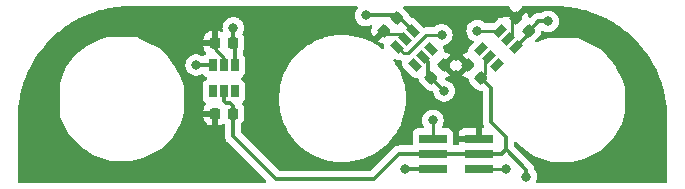
<source format=gbr>
%TF.GenerationSoftware,KiCad,Pcbnew,(6.0.8)*%
%TF.CreationDate,2022-11-08T14:12:11+01:00*%
%TF.ProjectId,Touchpad,546f7563-6870-4616-942e-6b696361645f,rev?*%
%TF.SameCoordinates,Original*%
%TF.FileFunction,Copper,L2,Bot*%
%TF.FilePolarity,Positive*%
%FSLAX46Y46*%
G04 Gerber Fmt 4.6, Leading zero omitted, Abs format (unit mm)*
G04 Created by KiCad (PCBNEW (6.0.8)) date 2022-11-08 14:12:11*
%MOMM*%
%LPD*%
G01*
G04 APERTURE LIST*
G04 Aperture macros list*
%AMRoundRect*
0 Rectangle with rounded corners*
0 $1 Rounding radius*
0 $2 $3 $4 $5 $6 $7 $8 $9 X,Y pos of 4 corners*
0 Add a 4 corners polygon primitive as box body*
4,1,4,$2,$3,$4,$5,$6,$7,$8,$9,$2,$3,0*
0 Add four circle primitives for the rounded corners*
1,1,$1+$1,$2,$3*
1,1,$1+$1,$4,$5*
1,1,$1+$1,$6,$7*
1,1,$1+$1,$8,$9*
0 Add four rect primitives between the rounded corners*
20,1,$1+$1,$2,$3,$4,$5,0*
20,1,$1+$1,$4,$5,$6,$7,0*
20,1,$1+$1,$6,$7,$8,$9,0*
20,1,$1+$1,$8,$9,$2,$3,0*%
%AMRotRect*
0 Rectangle, with rotation*
0 The origin of the aperture is its center*
0 $1 length*
0 $2 width*
0 $3 Rotation angle, in degrees counterclockwise*
0 Add horizontal line*
21,1,$1,$2,0,0,$3*%
G04 Aperture macros list end*
%TA.AperFunction,SMDPad,CuDef*%
%ADD10RoundRect,0.225000X0.225000X0.250000X-0.225000X0.250000X-0.225000X-0.250000X0.225000X-0.250000X0*%
%TD*%
%TA.AperFunction,SMDPad,CuDef*%
%ADD11RoundRect,0.225000X0.017678X-0.335876X0.335876X-0.017678X-0.017678X0.335876X-0.335876X0.017678X0*%
%TD*%
%TA.AperFunction,SMDPad,CuDef*%
%ADD12RotRect,1.060000X0.650000X225.000000*%
%TD*%
%TA.AperFunction,SMDPad,CuDef*%
%ADD13RoundRect,0.225000X0.335876X0.017678X0.017678X0.335876X-0.335876X-0.017678X-0.017678X-0.335876X0*%
%TD*%
%TA.AperFunction,SMDPad,CuDef*%
%ADD14R,0.650000X1.060000*%
%TD*%
%TA.AperFunction,SMDPad,CuDef*%
%ADD15RoundRect,0.225000X-0.017678X0.335876X-0.335876X0.017678X0.017678X-0.335876X0.335876X-0.017678X0*%
%TD*%
%TA.AperFunction,SMDPad,CuDef*%
%ADD16RotRect,1.060000X0.650000X315.000000*%
%TD*%
%TA.AperFunction,SMDPad,CuDef*%
%ADD17R,2.400000X0.740000*%
%TD*%
%TA.AperFunction,ViaPad*%
%ADD18C,0.800000*%
%TD*%
%TA.AperFunction,Conductor*%
%ADD19C,0.355600*%
%TD*%
%TA.AperFunction,Conductor*%
%ADD20C,0.254000*%
%TD*%
G04 APERTURE END LIST*
D10*
%TO.P,C3,1*%
%TO.N,Net-(C3-Pad1)*%
X189429045Y-66775000D03*
%TO.P,C3,2*%
%TO.N,GND*%
X187879045Y-66775000D03*
%TD*%
D11*
%TO.P,C2,1*%
%TO.N,+5V*%
X206201992Y-69748008D03*
%TO.P,C2,2*%
%TO.N,GND*%
X207298008Y-68651992D03*
%TD*%
D12*
%TO.P,U3,1,Q*%
%TO.N,TP3*%
X212006066Y-65750431D03*
%TO.P,U3,2,VSS*%
%TO.N,GND*%
X212677817Y-66422183D03*
%TO.P,U3,3,I*%
%TO.N,Net-(C5-Pad1)*%
X213349569Y-67093934D03*
%TO.P,U3,4,AHLB*%
%TO.N,unconnected-(U3-Pad4)*%
X211793934Y-68649569D03*
%TO.P,U3,5,VDD*%
%TO.N,+5V*%
X211122183Y-67977817D03*
%TO.P,U3,6,TOG*%
%TO.N,unconnected-(U3-Pad6)*%
X210450431Y-67306066D03*
%TD*%
D10*
%TO.P,C4,1*%
%TO.N,+5V*%
X189429045Y-72775000D03*
%TO.P,C4,2*%
%TO.N,GND*%
X187879045Y-72775000D03*
%TD*%
D13*
%TO.P,C6,1*%
%TO.N,+5V*%
X210448008Y-69748008D03*
%TO.P,C6,2*%
%TO.N,GND*%
X209351992Y-68651992D03*
%TD*%
D14*
%TO.P,U2,1,Q*%
%TO.N,TP2*%
X187704045Y-68675000D03*
%TO.P,U2,2,VSS*%
%TO.N,GND*%
X188654045Y-68675000D03*
%TO.P,U2,3,I*%
%TO.N,Net-(C3-Pad1)*%
X189604045Y-68675000D03*
%TO.P,U2,4,AHLB*%
%TO.N,unconnected-(U2-Pad4)*%
X189604045Y-70875000D03*
%TO.P,U2,5,VDD*%
%TO.N,+5V*%
X188654045Y-70875000D03*
%TO.P,U2,6,TOG*%
%TO.N,unconnected-(U2-Pad6)*%
X187704045Y-70875000D03*
%TD*%
D15*
%TO.P,C1,1*%
%TO.N,Net-(C1-Pad1)*%
X203298008Y-64651992D03*
%TO.P,C1,2*%
%TO.N,GND*%
X202201992Y-65748008D03*
%TD*%
D16*
%TO.P,U1,1,Q*%
%TO.N,TP1*%
X203300431Y-67093934D03*
%TO.P,U1,2,VSS*%
%TO.N,GND*%
X203972183Y-66422183D03*
%TO.P,U1,3,I*%
%TO.N,Net-(C1-Pad1)*%
X204643934Y-65750431D03*
%TO.P,U1,4,AHLB*%
%TO.N,unconnected-(U1-Pad4)*%
X206199569Y-67306066D03*
%TO.P,U1,5,VDD*%
%TO.N,+5V*%
X205527817Y-67977817D03*
%TO.P,U1,6,TOG*%
%TO.N,unconnected-(U1-Pad6)*%
X204856066Y-68649569D03*
%TD*%
D17*
%TO.P,J1,1,Pin_1*%
%TO.N,TP2*%
X206350000Y-77420000D03*
%TO.P,J1,2,Pin_2*%
%TO.N,TP3*%
X210250000Y-77420000D03*
%TO.P,J1,3,Pin_3*%
%TO.N,+5V*%
X206350000Y-76150000D03*
%TO.P,J1,4,Pin_4*%
X210250000Y-76150000D03*
%TO.P,J1,5,Pin_5*%
%TO.N,TP1*%
X206350000Y-74880000D03*
%TO.P,J1,6,Pin_6*%
%TO.N,GND*%
X210250000Y-74880000D03*
%TD*%
D13*
%TO.P,C5,1*%
%TO.N,Net-(C5-Pad1)*%
X214448008Y-65748008D03*
%TO.P,C5,2*%
%TO.N,GND*%
X213351992Y-64651992D03*
%TD*%
D18*
%TO.N,Net-(C5-Pad1)*%
X216100000Y-64950000D03*
%TO.N,TP2*%
X186300000Y-68650000D03*
X204000000Y-77450000D03*
%TO.N,TP3*%
X210100000Y-65750000D03*
X212550000Y-77450000D03*
%TO.N,+5V*%
X207300000Y-70850000D03*
X214250000Y-78100000D03*
%TO.N,Net-(C1-Pad1)*%
X200650000Y-64450000D03*
%TO.N,Net-(C3-Pad1)*%
X189450000Y-65500000D03*
%TO.N,TP1*%
X206350000Y-73350000D03*
X207100000Y-66100000D03*
%TD*%
D19*
%TO.N,GND*%
X209600000Y-64400000D02*
X213100000Y-64400000D01*
X208850000Y-67100000D02*
X208850000Y-65150000D01*
D20*
X202500000Y-66050000D02*
X203600000Y-66050000D01*
D19*
X208850000Y-65150000D02*
X209600000Y-64400000D01*
D20*
X188654045Y-68079045D02*
X187879045Y-67304045D01*
X213050000Y-64953984D02*
X213351992Y-64651992D01*
X213050000Y-66050000D02*
X213050000Y-64953984D01*
X202201992Y-65748008D02*
X202201992Y-65751992D01*
D19*
X207298008Y-68651992D02*
X208850000Y-67100000D01*
X213100000Y-64400000D02*
X213351992Y-64651992D01*
D20*
X202201992Y-65751992D02*
X202500000Y-66050000D01*
X187879045Y-67304045D02*
X187879045Y-66775000D01*
X188654045Y-68675000D02*
X188654045Y-68079045D01*
X212677817Y-66422183D02*
X213050000Y-66050000D01*
X203600000Y-66050000D02*
X203972183Y-66422183D01*
D19*
%TO.N,Net-(C5-Pad1)*%
X214448008Y-65748008D02*
X214451992Y-65748008D01*
X214448008Y-65995495D02*
X213349569Y-67093934D01*
X214451992Y-65748008D02*
X215050000Y-65150000D01*
X214448008Y-65748008D02*
X214448008Y-65995495D01*
X215050000Y-65150000D02*
X215250000Y-64950000D01*
X215250000Y-64950000D02*
X216100000Y-64950000D01*
%TO.N,TP2*%
X206350000Y-77420000D02*
X204030000Y-77420000D01*
X204030000Y-77420000D02*
X204000000Y-77450000D01*
X187679045Y-68650000D02*
X187704045Y-68675000D01*
X186300000Y-68650000D02*
X187679045Y-68650000D01*
D20*
%TO.N,TP3*%
X212006066Y-65750431D02*
X210100431Y-65750431D01*
X210280000Y-77450000D02*
X210250000Y-77420000D01*
X210100431Y-65750431D02*
X210100000Y-65750000D01*
X212550000Y-77450000D02*
X210280000Y-77450000D01*
D19*
%TO.N,+5V*%
X206198008Y-69748008D02*
X205950000Y-69500000D01*
X201350000Y-78300000D02*
X203500000Y-76150000D01*
X205950000Y-68400000D02*
X205527817Y-67977817D01*
X212550000Y-75800000D02*
X212550000Y-74750000D01*
X206201992Y-69748008D02*
X206201992Y-69751992D01*
X210250000Y-76150000D02*
X212200000Y-76150000D01*
X189429045Y-72775000D02*
X189429045Y-72125000D01*
X189429045Y-72125000D02*
X189204045Y-71900000D01*
X214250000Y-77500000D02*
X212550000Y-75800000D01*
X189429045Y-72775000D02*
X189429045Y-74679045D01*
X193050000Y-78300000D02*
X201350000Y-78300000D01*
X203500000Y-76150000D02*
X206350000Y-76150000D01*
X188654045Y-70875000D02*
X188654045Y-71700000D01*
D20*
X210451992Y-69748008D02*
X210800000Y-69400000D01*
D19*
X206350000Y-76150000D02*
X210250000Y-76150000D01*
X211300000Y-70600000D02*
X210448008Y-69748008D01*
X188854045Y-71900000D02*
X189204045Y-71900000D01*
X206201992Y-69748008D02*
X206198008Y-69748008D01*
X206201992Y-69751992D02*
X207300000Y-70850000D01*
X212200000Y-76150000D02*
X212550000Y-75800000D01*
X214250000Y-78100000D02*
X214250000Y-77500000D01*
X188654045Y-71700000D02*
X188854045Y-71900000D01*
D20*
X210800000Y-68300000D02*
X211122183Y-67977817D01*
D19*
X189429045Y-74679045D02*
X193050000Y-78300000D01*
D20*
X210800000Y-69400000D02*
X210800000Y-68300000D01*
D19*
X211300000Y-73500000D02*
X211300000Y-70600000D01*
X212550000Y-74750000D02*
X211300000Y-73500000D01*
X205950000Y-69500000D02*
X205950000Y-68400000D01*
%TO.N,Net-(C1-Pad1)*%
X203100000Y-64450000D02*
X200650000Y-64450000D01*
D20*
X203298008Y-64648008D02*
X203100000Y-64450000D01*
X203298008Y-64651992D02*
X203545495Y-64651992D01*
X203298008Y-64651992D02*
X203298008Y-64648008D01*
D19*
X203545495Y-64651992D02*
X204643934Y-65750431D01*
%TO.N,Net-(C3-Pad1)*%
X189429045Y-65504045D02*
X189425000Y-65500000D01*
X189429045Y-65520955D02*
X189450000Y-65500000D01*
X189604045Y-68675000D02*
X189604045Y-66950000D01*
X189429045Y-66775000D02*
X189429045Y-65520955D01*
X189604045Y-66950000D02*
X189429045Y-66775000D01*
D20*
%TO.N,TP1*%
X207100000Y-66100000D02*
X205800000Y-66100000D01*
X206350000Y-74880000D02*
X206350000Y-73350000D01*
X205800000Y-66100000D02*
X204225000Y-67675000D01*
X203881497Y-67675000D02*
X204225000Y-67675000D01*
X203300431Y-67093934D02*
X203881497Y-67675000D01*
%TD*%
%TA.AperFunction,Conductor*%
%TO.N,GND*%
G36*
X199925284Y-63678502D02*
G01*
X199971777Y-63732158D01*
X199981881Y-63802432D01*
X199950801Y-63868808D01*
X199910960Y-63913056D01*
X199907659Y-63918774D01*
X199836011Y-64042872D01*
X199815473Y-64078444D01*
X199756458Y-64260072D01*
X199755768Y-64266633D01*
X199755768Y-64266635D01*
X199744340Y-64375364D01*
X199736496Y-64450000D01*
X199737186Y-64456565D01*
X199755675Y-64632474D01*
X199756458Y-64639928D01*
X199815473Y-64821556D01*
X199818776Y-64827278D01*
X199818777Y-64827279D01*
X199821812Y-64832535D01*
X199910960Y-64986944D01*
X199915378Y-64991851D01*
X199915379Y-64991852D01*
X200026200Y-65114931D01*
X200038747Y-65128866D01*
X200193248Y-65241118D01*
X200199276Y-65243802D01*
X200199278Y-65243803D01*
X200345449Y-65308882D01*
X200367712Y-65318794D01*
X200461112Y-65338647D01*
X200548056Y-65357128D01*
X200548061Y-65357128D01*
X200554513Y-65358500D01*
X200745487Y-65358500D01*
X200751939Y-65357128D01*
X200751944Y-65357128D01*
X200838888Y-65338647D01*
X200932288Y-65318794D01*
X200938315Y-65316111D01*
X200938323Y-65316108D01*
X201022837Y-65278480D01*
X201093204Y-65269046D01*
X201157501Y-65299153D01*
X201195314Y-65359242D01*
X201194638Y-65430235D01*
X201186797Y-65449908D01*
X201175466Y-65472584D01*
X201170514Y-65486262D01*
X201134694Y-65638385D01*
X201133023Y-65652827D01*
X201133160Y-65809116D01*
X201134855Y-65823551D01*
X201170943Y-65975616D01*
X201175916Y-65989281D01*
X201246213Y-66129354D01*
X201253643Y-66140840D01*
X201311338Y-66211708D01*
X201315646Y-66216479D01*
X201332166Y-66232999D01*
X201346110Y-66240613D01*
X201347945Y-66240482D01*
X201354558Y-66236232D01*
X202112897Y-65477893D01*
X202175209Y-65443867D01*
X202246024Y-65448932D01*
X202291087Y-65477893D01*
X202472107Y-65658913D01*
X202506133Y-65721225D01*
X202501068Y-65792040D01*
X202472107Y-65837103D01*
X201716998Y-66592212D01*
X201709386Y-66606152D01*
X201709518Y-66607988D01*
X201713767Y-66614600D01*
X201733487Y-66634320D01*
X201738328Y-66638685D01*
X201810225Y-66697064D01*
X201821740Y-66704488D01*
X201961920Y-66774532D01*
X201975602Y-66779486D01*
X202086683Y-66805642D01*
X202148406Y-66840725D01*
X202181363Y-66903609D01*
X202182118Y-66931115D01*
X202183399Y-66931115D01*
X202183399Y-66940088D01*
X202182126Y-66948977D01*
X202183399Y-66957866D01*
X202200454Y-67076953D01*
X202202775Y-67093163D01*
X202206488Y-67101329D01*
X202206489Y-67101333D01*
X202218275Y-67127254D01*
X202228261Y-67197545D01*
X202198660Y-67262077D01*
X202138870Y-67300360D01*
X202067874Y-67300242D01*
X202023259Y-67276490D01*
X201953142Y-67218484D01*
X201953136Y-67218480D01*
X201951118Y-67216810D01*
X201581308Y-66959785D01*
X201191287Y-66734607D01*
X200783792Y-66542854D01*
X200781325Y-66541937D01*
X200781319Y-66541934D01*
X200364141Y-66386787D01*
X200361681Y-66385872D01*
X200359151Y-66385166D01*
X200359143Y-66385163D01*
X199930459Y-66265472D01*
X199930446Y-66265469D01*
X199927914Y-66264762D01*
X199485534Y-66180374D01*
X199037644Y-66133299D01*
X198750266Y-66127279D01*
X198590025Y-66123922D01*
X198590018Y-66123922D01*
X198587386Y-66123867D01*
X198137918Y-66152145D01*
X198135300Y-66152532D01*
X198135296Y-66152532D01*
X197695012Y-66217548D01*
X197695009Y-66217548D01*
X197692392Y-66217935D01*
X197689820Y-66218538D01*
X197689816Y-66218539D01*
X197647859Y-66228380D01*
X197253934Y-66320774D01*
X197251423Y-66321590D01*
X197251419Y-66321591D01*
X196921261Y-66428866D01*
X196825619Y-66459942D01*
X196823191Y-66460963D01*
X196823190Y-66460963D01*
X196794325Y-66473097D01*
X196410452Y-66634463D01*
X196408119Y-66635683D01*
X196408114Y-66635685D01*
X196370047Y-66655586D01*
X196011344Y-66843111D01*
X196009116Y-66844525D01*
X195633332Y-67083005D01*
X195633326Y-67083009D01*
X195631095Y-67084425D01*
X195272372Y-67356710D01*
X194937692Y-67658057D01*
X194935888Y-67659978D01*
X194935884Y-67659982D01*
X194854915Y-67746206D01*
X194629401Y-67986354D01*
X194349663Y-68339295D01*
X194348209Y-68341484D01*
X194348205Y-68341489D01*
X194112653Y-68696024D01*
X194100439Y-68714407D01*
X193883478Y-69109058D01*
X193700302Y-69520479D01*
X193552194Y-69945786D01*
X193551539Y-69948337D01*
X193551536Y-69948347D01*
X193440851Y-70379438D01*
X193440195Y-70381994D01*
X193365090Y-70826044D01*
X193364870Y-70828661D01*
X193364870Y-70828663D01*
X193332406Y-71215271D01*
X193327405Y-71274822D01*
X193327405Y-71725178D01*
X193327625Y-71727796D01*
X193327625Y-71727800D01*
X193347157Y-71960400D01*
X193365090Y-72173956D01*
X193440195Y-72618006D01*
X193440850Y-72620556D01*
X193440851Y-72620562D01*
X193549199Y-73042548D01*
X193552194Y-73054214D01*
X193700302Y-73479521D01*
X193883478Y-73890942D01*
X194100439Y-74285593D01*
X194101891Y-74287779D01*
X194101895Y-74287785D01*
X194348205Y-74658511D01*
X194349663Y-74660705D01*
X194629401Y-75013646D01*
X194845993Y-75244293D01*
X194899743Y-75301531D01*
X194937692Y-75341943D01*
X195272372Y-75643290D01*
X195631095Y-75915575D01*
X195633326Y-75916991D01*
X195633332Y-75916995D01*
X195829577Y-76041536D01*
X196011344Y-76156889D01*
X196216371Y-76264074D01*
X196408114Y-76364315D01*
X196408119Y-76364317D01*
X196410452Y-76365537D01*
X196825619Y-76540058D01*
X196828127Y-76540873D01*
X196828130Y-76540874D01*
X197251419Y-76678409D01*
X197251423Y-76678410D01*
X197253934Y-76679226D01*
X197567252Y-76752714D01*
X197689816Y-76781461D01*
X197689820Y-76781462D01*
X197692392Y-76782065D01*
X197695009Y-76782452D01*
X197695012Y-76782452D01*
X198135296Y-76847468D01*
X198135300Y-76847468D01*
X198137918Y-76847855D01*
X198587386Y-76876133D01*
X198590018Y-76876078D01*
X198590025Y-76876078D01*
X198761511Y-76872485D01*
X199037644Y-76866701D01*
X199485534Y-76819626D01*
X199927914Y-76735238D01*
X199930446Y-76734531D01*
X199930459Y-76734528D01*
X200359143Y-76614837D01*
X200359151Y-76614834D01*
X200361681Y-76614128D01*
X200563594Y-76539037D01*
X200781319Y-76458066D01*
X200781325Y-76458063D01*
X200783792Y-76457146D01*
X201191287Y-76265393D01*
X201581308Y-76040215D01*
X201951118Y-75783190D01*
X202164296Y-75606834D01*
X202296100Y-75497797D01*
X202296108Y-75497790D01*
X202298124Y-75496122D01*
X202619892Y-75181023D01*
X202623946Y-75176327D01*
X202902712Y-74853372D01*
X202914164Y-74840105D01*
X202915716Y-74837969D01*
X202915723Y-74837960D01*
X203177328Y-74477891D01*
X203178877Y-74475759D01*
X203185195Y-74465328D01*
X203295439Y-74283293D01*
X203412174Y-74090540D01*
X203460855Y-73992474D01*
X203611245Y-73689515D01*
X203612419Y-73687150D01*
X203778206Y-73268419D01*
X203908374Y-72837283D01*
X203912309Y-72818774D01*
X204001461Y-72399341D01*
X204002008Y-72396768D01*
X204058453Y-71949962D01*
X204066370Y-71761081D01*
X204077201Y-71502648D01*
X204077312Y-71500000D01*
X204071763Y-71367608D01*
X204058564Y-71052683D01*
X204058564Y-71052680D01*
X204058453Y-71050038D01*
X204002008Y-70603232D01*
X203954439Y-70379438D01*
X203908920Y-70165284D01*
X203908918Y-70165276D01*
X203908374Y-70162717D01*
X203778206Y-69731581D01*
X203612419Y-69312850D01*
X203537608Y-69162144D01*
X203413351Y-68911831D01*
X203412174Y-68909460D01*
X203254450Y-68649027D01*
X203180243Y-68526496D01*
X203180239Y-68526491D01*
X203178877Y-68524241D01*
X203137024Y-68466635D01*
X203038435Y-68330939D01*
X203014576Y-68264071D01*
X203030657Y-68194920D01*
X203081571Y-68145439D01*
X203151154Y-68131340D01*
X203192522Y-68142177D01*
X203293032Y-68187876D01*
X203293036Y-68187877D01*
X203301202Y-68191590D01*
X203310085Y-68192862D01*
X203310088Y-68192863D01*
X203436499Y-68210966D01*
X203445388Y-68212239D01*
X203472479Y-68208359D01*
X203542745Y-68218501D01*
X203550612Y-68222612D01*
X203555430Y-68226349D01*
X203562707Y-68229498D01*
X203596147Y-68243969D01*
X203606808Y-68249192D01*
X203638744Y-68266749D01*
X203638749Y-68266751D01*
X203645694Y-68270569D01*
X203657416Y-68273579D01*
X203660242Y-68275261D01*
X203660743Y-68275459D01*
X203660711Y-68275540D01*
X203718423Y-68309891D01*
X203750114Y-68373422D01*
X203750812Y-68413481D01*
X203737761Y-68504612D01*
X203739034Y-68513501D01*
X203757033Y-68639181D01*
X203758410Y-68648798D01*
X203762124Y-68656966D01*
X203762124Y-68656967D01*
X203779882Y-68696024D01*
X203818697Y-68781394D01*
X203823644Y-68787547D01*
X203823646Y-68787550D01*
X203844434Y-68813404D01*
X203857890Y-68830140D01*
X204675495Y-69647745D01*
X204681175Y-69652312D01*
X204718085Y-69681989D01*
X204718088Y-69681991D01*
X204724241Y-69686938D01*
X204731429Y-69690206D01*
X204842926Y-69740900D01*
X204856837Y-69747225D01*
X204865720Y-69748497D01*
X204865723Y-69748498D01*
X204935832Y-69758538D01*
X205001023Y-69767874D01*
X205009908Y-69766602D01*
X205018889Y-69766602D01*
X205018889Y-69769803D01*
X205073549Y-69777688D01*
X205127183Y-69824206D01*
X205143747Y-69863183D01*
X205172160Y-69982910D01*
X205175442Y-69989449D01*
X205175442Y-69989450D01*
X205229791Y-70097746D01*
X205248879Y-70135780D01*
X205253221Y-70141113D01*
X205253222Y-70141115D01*
X205310964Y-70212040D01*
X205310970Y-70212046D01*
X205312995Y-70214534D01*
X205735466Y-70637005D01*
X205737998Y-70639061D01*
X205809944Y-70697482D01*
X205809947Y-70697484D01*
X205815298Y-70701829D01*
X205821462Y-70704909D01*
X205821467Y-70704912D01*
X205961759Y-70775011D01*
X205961761Y-70775012D01*
X205968302Y-70778280D01*
X206000031Y-70785751D01*
X206127665Y-70815805D01*
X206127669Y-70815805D01*
X206134789Y-70817482D01*
X206142105Y-70817476D01*
X206142108Y-70817476D01*
X206186363Y-70817437D01*
X206244513Y-70817386D01*
X206312649Y-70837328D01*
X206333716Y-70854291D01*
X206361648Y-70882223D01*
X206395674Y-70944535D01*
X206397863Y-70958145D01*
X206406458Y-71039928D01*
X206465473Y-71221556D01*
X206560960Y-71386944D01*
X206565378Y-71391851D01*
X206565379Y-71391852D01*
X206684325Y-71523955D01*
X206688747Y-71528866D01*
X206843248Y-71641118D01*
X206849276Y-71643802D01*
X206849278Y-71643803D01*
X207011681Y-71716109D01*
X207017712Y-71718794D01*
X207111113Y-71738647D01*
X207198056Y-71757128D01*
X207198061Y-71757128D01*
X207204513Y-71758500D01*
X207395487Y-71758500D01*
X207401939Y-71757128D01*
X207401944Y-71757128D01*
X207488887Y-71738647D01*
X207582288Y-71718794D01*
X207588319Y-71716109D01*
X207750722Y-71643803D01*
X207750724Y-71643802D01*
X207756752Y-71641118D01*
X207911253Y-71528866D01*
X207915675Y-71523955D01*
X208034621Y-71391852D01*
X208034622Y-71391851D01*
X208039040Y-71386944D01*
X208134527Y-71221556D01*
X208193542Y-71039928D01*
X208213504Y-70850000D01*
X208209910Y-70815805D01*
X208194232Y-70666635D01*
X208194232Y-70666633D01*
X208193542Y-70660072D01*
X208134527Y-70478444D01*
X208039040Y-70313056D01*
X208024463Y-70296866D01*
X207915675Y-70176045D01*
X207915674Y-70176044D01*
X207911253Y-70171134D01*
X207810999Y-70098295D01*
X207762094Y-70062763D01*
X207762093Y-70062762D01*
X207756752Y-70058882D01*
X207750724Y-70056198D01*
X207750722Y-70056197D01*
X207588319Y-69983891D01*
X207588318Y-69983891D01*
X207582288Y-69981206D01*
X207456264Y-69954419D01*
X207393792Y-69920691D01*
X207359470Y-69858541D01*
X207364198Y-69787702D01*
X207406474Y-69730664D01*
X207453368Y-69708577D01*
X207560971Y-69683041D01*
X207574636Y-69678068D01*
X207714709Y-69607771D01*
X207726195Y-69600341D01*
X207797063Y-69542646D01*
X207800798Y-69539273D01*
X207808291Y-69525551D01*
X207808160Y-69523718D01*
X207803909Y-69517103D01*
X207027893Y-68741087D01*
X206993867Y-68678775D01*
X206995702Y-68653124D01*
X207662416Y-68653124D01*
X207662547Y-68654958D01*
X207666798Y-68661572D01*
X208159887Y-69154661D01*
X208173831Y-69162275D01*
X208175664Y-69162144D01*
X208182279Y-69157893D01*
X208184313Y-69155859D01*
X208188697Y-69150997D01*
X208227131Y-69103663D01*
X208285598Y-69063388D01*
X208356559Y-69061117D01*
X208417482Y-69097570D01*
X208422658Y-69103536D01*
X208461336Y-69151045D01*
X208464711Y-69154782D01*
X208478433Y-69162275D01*
X208480266Y-69162144D01*
X208486881Y-69157893D01*
X208979970Y-68664804D01*
X208987584Y-68650860D01*
X208987453Y-68649027D01*
X208983202Y-68642412D01*
X208507786Y-68166997D01*
X208493848Y-68159386D01*
X208492012Y-68159518D01*
X208485400Y-68163767D01*
X208465680Y-68183487D01*
X208461305Y-68188339D01*
X208422868Y-68235676D01*
X208364401Y-68275951D01*
X208293440Y-68278222D01*
X208232517Y-68241769D01*
X208227340Y-68235801D01*
X208188670Y-68188301D01*
X208184354Y-68183521D01*
X208167834Y-68167001D01*
X208153890Y-68159387D01*
X208152055Y-68159518D01*
X208145445Y-68163766D01*
X207670029Y-68639181D01*
X207662416Y-68653124D01*
X206995702Y-68653124D01*
X206998932Y-68607960D01*
X207027893Y-68562897D01*
X207298008Y-68292782D01*
X207782999Y-67807790D01*
X207790613Y-67793846D01*
X207790482Y-67792013D01*
X207786231Y-67785398D01*
X207766513Y-67765680D01*
X207761672Y-67761315D01*
X207689775Y-67702936D01*
X207678260Y-67695512D01*
X207538080Y-67625468D01*
X207524398Y-67620514D01*
X207413317Y-67594358D01*
X207351594Y-67559275D01*
X207318637Y-67496391D01*
X207317882Y-67468885D01*
X207316601Y-67468885D01*
X207316601Y-67459912D01*
X207317874Y-67451023D01*
X207314341Y-67426354D01*
X207298498Y-67315723D01*
X207298497Y-67315720D01*
X207297225Y-67306837D01*
X207276874Y-67262077D01*
X207240209Y-67181434D01*
X207240206Y-67181429D01*
X207236938Y-67174241D01*
X207234163Y-67170789D01*
X207215879Y-67103782D01*
X207237187Y-67036058D01*
X207291727Y-66990605D01*
X207315658Y-66982958D01*
X207375824Y-66970169D01*
X207375833Y-66970166D01*
X207382288Y-66968794D01*
X207397303Y-66962109D01*
X207550722Y-66893803D01*
X207550724Y-66893802D01*
X207556752Y-66891118D01*
X207711253Y-66778866D01*
X207752115Y-66733484D01*
X207834621Y-66641852D01*
X207834622Y-66641851D01*
X207839040Y-66636944D01*
X207929921Y-66479534D01*
X207931223Y-66477279D01*
X207931224Y-66477278D01*
X207934527Y-66471556D01*
X207993542Y-66289928D01*
X207996113Y-66265472D01*
X208012814Y-66106565D01*
X208013504Y-66100000D01*
X207993542Y-65910072D01*
X207934527Y-65728444D01*
X207839040Y-65563056D01*
X207830701Y-65553794D01*
X207715675Y-65426045D01*
X207715674Y-65426044D01*
X207711253Y-65421134D01*
X207556752Y-65308882D01*
X207550724Y-65306198D01*
X207550722Y-65306197D01*
X207388319Y-65233891D01*
X207388318Y-65233891D01*
X207382288Y-65231206D01*
X207288887Y-65211353D01*
X207201944Y-65192872D01*
X207201939Y-65192872D01*
X207195487Y-65191500D01*
X207004513Y-65191500D01*
X206998061Y-65192872D01*
X206998056Y-65192872D01*
X206911113Y-65211353D01*
X206817712Y-65231206D01*
X206811682Y-65233891D01*
X206811681Y-65233891D01*
X206649278Y-65306197D01*
X206649276Y-65306198D01*
X206643248Y-65308882D01*
X206637907Y-65312762D01*
X206637906Y-65312763D01*
X206538854Y-65384729D01*
X206488747Y-65421134D01*
X206484332Y-65426037D01*
X206479420Y-65430460D01*
X206477779Y-65428638D01*
X206426790Y-65460050D01*
X206393601Y-65464500D01*
X205879020Y-65464500D01*
X205867791Y-65463971D01*
X205860281Y-65462292D01*
X205852355Y-65462541D01*
X205852354Y-65462541D01*
X205792002Y-65464438D01*
X205788044Y-65464500D01*
X205760017Y-65464500D01*
X205755971Y-65465011D01*
X205744143Y-65465942D01*
X205699795Y-65467336D01*
X205692177Y-65469549D01*
X205692178Y-65469549D01*
X205680254Y-65473013D01*
X205660894Y-65477022D01*
X205648566Y-65478579D01*
X205648563Y-65478580D01*
X205640701Y-65479573D01*
X205638118Y-65480596D01*
X205569453Y-65478242D01*
X205519978Y-65447728D01*
X204824505Y-64752255D01*
X204807769Y-64738799D01*
X204781915Y-64718011D01*
X204781912Y-64718009D01*
X204775759Y-64713062D01*
X204643163Y-64652775D01*
X204634280Y-64651503D01*
X204634277Y-64651502D01*
X204537291Y-64637613D01*
X204472694Y-64608156D01*
X204466058Y-64601981D01*
X204367616Y-64503539D01*
X204334116Y-64443536D01*
X204329530Y-64424212D01*
X204327840Y-64417090D01*
X204323353Y-64408148D01*
X204254207Y-64270369D01*
X204254207Y-64270368D01*
X204251121Y-64264220D01*
X204242633Y-64253794D01*
X204189036Y-64187960D01*
X204189030Y-64187954D01*
X204187005Y-64185466D01*
X203875134Y-63873595D01*
X203841108Y-63811283D01*
X203846173Y-63740468D01*
X203888720Y-63683632D01*
X203955240Y-63658821D01*
X203964229Y-63658500D01*
X212732234Y-63658500D01*
X212800355Y-63678502D01*
X212846848Y-63732158D01*
X212857913Y-63775510D01*
X212859518Y-63797944D01*
X212863766Y-63804555D01*
X213339181Y-64279971D01*
X213353124Y-64287584D01*
X213354958Y-64287453D01*
X213361572Y-64283202D01*
X213854661Y-63790113D01*
X213870596Y-63760931D01*
X213878604Y-63724116D01*
X213928806Y-63673913D01*
X213989193Y-63658500D01*
X216650633Y-63658500D01*
X216670018Y-63660000D01*
X216684851Y-63662310D01*
X216684855Y-63662310D01*
X216693724Y-63663691D01*
X216702626Y-63662527D01*
X216702628Y-63662527D01*
X216711681Y-63661343D01*
X216716837Y-63660669D01*
X216737129Y-63659667D01*
X217292018Y-63677105D01*
X217299918Y-63677602D01*
X217635516Y-63709325D01*
X217885666Y-63732971D01*
X217893501Y-63733961D01*
X218474624Y-63826002D01*
X218482392Y-63827485D01*
X219056582Y-63955832D01*
X219064249Y-63957800D01*
X219334892Y-64036429D01*
X219629245Y-64121946D01*
X219636748Y-64124384D01*
X220190344Y-64323690D01*
X220197672Y-64326592D01*
X220737663Y-64560267D01*
X220744795Y-64563623D01*
X221031672Y-64709794D01*
X221269036Y-64830737D01*
X221275972Y-64834550D01*
X221782394Y-65134047D01*
X221789077Y-65138289D01*
X222275698Y-65468996D01*
X222282100Y-65473648D01*
X222404736Y-65568774D01*
X222746976Y-65834243D01*
X222753075Y-65839288D01*
X223194414Y-66228380D01*
X223200184Y-66233799D01*
X223616201Y-66649816D01*
X223621620Y-66655586D01*
X224010712Y-67096925D01*
X224015757Y-67103024D01*
X224343385Y-67525398D01*
X224376351Y-67567898D01*
X224381004Y-67574302D01*
X224711711Y-68060923D01*
X224715953Y-68067606D01*
X225015450Y-68574028D01*
X225019263Y-68580964D01*
X225286377Y-69105205D01*
X225289733Y-69112337D01*
X225523408Y-69652328D01*
X225526310Y-69659656D01*
X225719568Y-70196451D01*
X225725612Y-70213239D01*
X225728054Y-70220755D01*
X225774156Y-70379438D01*
X225892200Y-70785751D01*
X225894168Y-70793418D01*
X226022515Y-71367608D01*
X226023998Y-71375376D01*
X226105743Y-71891489D01*
X226116038Y-71956490D01*
X226117029Y-71964334D01*
X226135259Y-72157192D01*
X226172398Y-72550082D01*
X226172895Y-72557982D01*
X226190095Y-73105300D01*
X226188657Y-73128642D01*
X226187690Y-73134850D01*
X226187690Y-73134855D01*
X226186309Y-73143724D01*
X226187473Y-73152626D01*
X226187473Y-73152628D01*
X226190436Y-73175283D01*
X226191500Y-73191621D01*
X226191500Y-78515500D01*
X226171498Y-78583621D01*
X226117842Y-78630114D01*
X226065500Y-78641500D01*
X215202130Y-78641500D01*
X215134009Y-78621498D01*
X215087516Y-78567842D01*
X215077412Y-78497568D01*
X215084884Y-78471672D01*
X215084527Y-78471556D01*
X215141502Y-78296206D01*
X215143542Y-78289928D01*
X215159636Y-78136807D01*
X215162814Y-78106565D01*
X215163504Y-78100000D01*
X215152137Y-77991852D01*
X215144232Y-77916635D01*
X215144232Y-77916633D01*
X215143542Y-77910072D01*
X215084527Y-77728444D01*
X215050708Y-77669867D01*
X214992341Y-77568774D01*
X214989040Y-77563056D01*
X214971794Y-77543902D01*
X214941077Y-77479894D01*
X214939988Y-77469760D01*
X214940393Y-77463818D01*
X214929769Y-77402947D01*
X214928807Y-77396425D01*
X214922297Y-77342632D01*
X214921385Y-77335092D01*
X214918700Y-77327987D01*
X214917568Y-77323377D01*
X214914519Y-77312229D01*
X214913139Y-77307661D01*
X214911834Y-77300181D01*
X214886998Y-77243603D01*
X214884517Y-77237523D01*
X214865353Y-77186806D01*
X214865352Y-77186803D01*
X214862669Y-77179704D01*
X214858368Y-77173446D01*
X214856168Y-77169238D01*
X214850564Y-77159168D01*
X214848119Y-77155034D01*
X214845066Y-77148079D01*
X214807454Y-77099061D01*
X214803593Y-77093747D01*
X214768583Y-77042808D01*
X214723596Y-77002726D01*
X214718321Y-76997746D01*
X214014480Y-76293905D01*
X213273205Y-75552631D01*
X213239180Y-75490319D01*
X213236300Y-75463536D01*
X213236300Y-75270490D01*
X213256302Y-75202369D01*
X213309958Y-75155876D01*
X213380232Y-75145772D01*
X213444812Y-75175266D01*
X213451395Y-75181395D01*
X213880000Y-75610000D01*
X213883574Y-75612680D01*
X213883578Y-75612684D01*
X214285300Y-75913975D01*
X214880000Y-76360000D01*
X216380000Y-76860000D01*
X218130000Y-76860000D01*
X219130000Y-76610000D01*
X220630000Y-75860000D01*
X221630000Y-74860000D01*
X221716864Y-74715227D01*
X222375201Y-73617999D01*
X222375202Y-73617997D01*
X222380000Y-73610000D01*
X222630000Y-72610000D01*
X222630000Y-70610000D01*
X222504895Y-70234684D01*
X222381413Y-69864238D01*
X222381411Y-69864234D01*
X222380000Y-69860000D01*
X222378003Y-69856006D01*
X221882533Y-68865065D01*
X221882530Y-68865061D01*
X221880000Y-68860000D01*
X221421894Y-68249192D01*
X221132684Y-67863578D01*
X221132680Y-67863574D01*
X221130000Y-67860000D01*
X220630000Y-67360000D01*
X218630000Y-66360000D01*
X216130000Y-66360000D01*
X216120364Y-66363212D01*
X215384238Y-66608587D01*
X215384234Y-66608589D01*
X215380000Y-66610000D01*
X215197552Y-66701224D01*
X215127678Y-66713798D01*
X215062098Y-66686599D01*
X215021633Y-66628263D01*
X215019131Y-66557310D01*
X215052108Y-66499431D01*
X215337005Y-66214534D01*
X215387351Y-66152532D01*
X215397482Y-66140056D01*
X215397484Y-66140053D01*
X215401829Y-66134702D01*
X215404910Y-66128537D01*
X215404912Y-66128533D01*
X215475011Y-65988241D01*
X215475012Y-65988239D01*
X215478280Y-65981698D01*
X215508259Y-65854381D01*
X215510329Y-65845590D01*
X215545412Y-65783867D01*
X215608295Y-65750910D01*
X215684223Y-65759362D01*
X215811677Y-65816108D01*
X215811685Y-65816111D01*
X215817712Y-65818794D01*
X215903849Y-65837103D01*
X215998056Y-65857128D01*
X215998061Y-65857128D01*
X216004513Y-65858500D01*
X216195487Y-65858500D01*
X216201939Y-65857128D01*
X216201944Y-65857128D01*
X216296151Y-65837103D01*
X216382288Y-65818794D01*
X216390336Y-65815211D01*
X216550722Y-65743803D01*
X216550724Y-65743802D01*
X216556752Y-65741118D01*
X216591356Y-65715977D01*
X216677713Y-65653234D01*
X216711253Y-65628866D01*
X216790378Y-65540989D01*
X216834621Y-65491852D01*
X216834622Y-65491851D01*
X216839040Y-65486944D01*
X216913197Y-65358500D01*
X216931223Y-65327279D01*
X216931224Y-65327278D01*
X216934527Y-65321556D01*
X216993542Y-65139928D01*
X216999793Y-65080459D01*
X217012814Y-64956565D01*
X217013504Y-64950000D01*
X217006129Y-64879834D01*
X216994232Y-64766635D01*
X216994232Y-64766633D01*
X216993542Y-64760072D01*
X216934527Y-64578444D01*
X216924029Y-64560260D01*
X216864160Y-64456565D01*
X216839040Y-64413056D01*
X216781766Y-64349446D01*
X216715675Y-64276045D01*
X216715674Y-64276044D01*
X216711253Y-64271134D01*
X216556752Y-64158882D01*
X216550724Y-64156198D01*
X216550722Y-64156197D01*
X216388319Y-64083891D01*
X216388318Y-64083891D01*
X216382288Y-64081206D01*
X216288888Y-64061353D01*
X216201944Y-64042872D01*
X216201939Y-64042872D01*
X216195487Y-64041500D01*
X216004513Y-64041500D01*
X215998061Y-64042872D01*
X215998056Y-64042872D01*
X215911112Y-64061353D01*
X215817712Y-64081206D01*
X215811682Y-64083891D01*
X215811681Y-64083891D01*
X215649278Y-64156197D01*
X215649276Y-64156198D01*
X215643248Y-64158882D01*
X215637907Y-64162762D01*
X215637906Y-64162763D01*
X215532100Y-64239636D01*
X215465232Y-64263494D01*
X215458039Y-64263700D01*
X215278147Y-64263700D01*
X215269578Y-64263408D01*
X215221394Y-64260123D01*
X215221390Y-64260123D01*
X215213818Y-64259607D01*
X215206341Y-64260912D01*
X215206339Y-64260912D01*
X215187386Y-64264220D01*
X215152947Y-64270231D01*
X215146429Y-64271192D01*
X215085092Y-64278615D01*
X215077987Y-64281300D01*
X215073377Y-64282432D01*
X215062218Y-64285484D01*
X215057656Y-64286861D01*
X215050181Y-64288166D01*
X215043232Y-64291216D01*
X215043230Y-64291217D01*
X214993611Y-64312998D01*
X214987504Y-64315490D01*
X214962268Y-64325026D01*
X214929704Y-64337331D01*
X214923441Y-64341635D01*
X214919209Y-64343848D01*
X214909152Y-64349446D01*
X214905038Y-64351879D01*
X214898080Y-64354933D01*
X214892053Y-64359558D01*
X214892049Y-64359560D01*
X214849062Y-64392545D01*
X214843737Y-64396414D01*
X214823170Y-64410550D01*
X214801269Y-64425602D01*
X214792808Y-64431417D01*
X214787756Y-64437087D01*
X214787755Y-64437088D01*
X214752726Y-64476404D01*
X214747745Y-64481680D01*
X214630341Y-64599084D01*
X214568029Y-64633110D01*
X214497214Y-64628045D01*
X214440378Y-64585498D01*
X214418651Y-64539082D01*
X214383042Y-64389030D01*
X214378068Y-64375364D01*
X214307771Y-64235291D01*
X214300341Y-64223805D01*
X214242646Y-64152937D01*
X214239273Y-64149202D01*
X214225551Y-64141709D01*
X214223718Y-64141840D01*
X214217103Y-64146091D01*
X213441087Y-64922107D01*
X213378775Y-64956133D01*
X213307960Y-64951068D01*
X213262897Y-64922107D01*
X212507788Y-64166998D01*
X212493848Y-64159386D01*
X212492012Y-64159518D01*
X212485400Y-64163767D01*
X212465680Y-64183487D01*
X212461315Y-64188328D01*
X212402936Y-64260225D01*
X212395512Y-64271740D01*
X212325468Y-64411920D01*
X212320514Y-64425602D01*
X212294358Y-64536683D01*
X212259275Y-64598406D01*
X212196391Y-64631363D01*
X212168885Y-64632118D01*
X212168885Y-64633399D01*
X212159912Y-64633399D01*
X212151023Y-64632126D01*
X212142134Y-64633399D01*
X212015723Y-64651502D01*
X212015720Y-64651503D01*
X212006837Y-64652775D01*
X211874241Y-64713062D01*
X211868088Y-64718009D01*
X211868085Y-64718011D01*
X211842231Y-64738799D01*
X211825495Y-64752255D01*
X211499724Y-65078026D01*
X211437412Y-65112052D01*
X211410629Y-65114931D01*
X210806786Y-65114931D01*
X210738665Y-65094929D01*
X210721038Y-65079947D01*
X210720577Y-65080459D01*
X210715675Y-65076045D01*
X210711253Y-65071134D01*
X210556752Y-64958882D01*
X210550724Y-64956198D01*
X210550722Y-64956197D01*
X210388319Y-64883891D01*
X210388318Y-64883891D01*
X210382288Y-64881206D01*
X210288887Y-64861353D01*
X210201944Y-64842872D01*
X210201939Y-64842872D01*
X210195487Y-64841500D01*
X210004513Y-64841500D01*
X209998061Y-64842872D01*
X209998056Y-64842872D01*
X209911113Y-64861353D01*
X209817712Y-64881206D01*
X209811682Y-64883891D01*
X209811681Y-64883891D01*
X209649278Y-64956197D01*
X209649276Y-64956198D01*
X209643248Y-64958882D01*
X209488747Y-65071134D01*
X209484326Y-65076044D01*
X209484325Y-65076045D01*
X209430287Y-65136061D01*
X209360960Y-65213056D01*
X209265473Y-65378444D01*
X209206458Y-65560072D01*
X209205768Y-65566633D01*
X209205768Y-65566635D01*
X209192897Y-65689100D01*
X209186496Y-65750000D01*
X209187186Y-65756565D01*
X209200397Y-65882256D01*
X209206458Y-65939928D01*
X209265473Y-66121556D01*
X209268776Y-66127278D01*
X209268777Y-66127279D01*
X209283357Y-66152532D01*
X209360960Y-66286944D01*
X209365378Y-66291851D01*
X209365379Y-66291852D01*
X209446720Y-66382190D01*
X209488747Y-66428866D01*
X209532925Y-66460963D01*
X209611600Y-66518124D01*
X209643248Y-66541118D01*
X209649276Y-66543802D01*
X209649278Y-66543803D01*
X209747962Y-66587740D01*
X209802058Y-66633721D01*
X209822707Y-66701648D01*
X209803354Y-66769956D01*
X209785808Y-66791942D01*
X209452255Y-67125495D01*
X209450115Y-67128157D01*
X209418011Y-67168085D01*
X209418009Y-67168088D01*
X209413062Y-67174241D01*
X209352775Y-67306837D01*
X209351503Y-67315720D01*
X209351502Y-67315723D01*
X209335659Y-67426354D01*
X209332126Y-67451023D01*
X209333399Y-67459912D01*
X209333399Y-67468885D01*
X209330342Y-67468885D01*
X209322383Y-67524048D01*
X209275863Y-67577681D01*
X209236888Y-67594244D01*
X209124385Y-67620942D01*
X209110719Y-67625916D01*
X208970646Y-67696213D01*
X208959160Y-67703643D01*
X208888292Y-67761338D01*
X208883521Y-67765646D01*
X208867001Y-67782166D01*
X208859387Y-67796110D01*
X208859518Y-67797945D01*
X208863768Y-67804558D01*
X209622107Y-68562897D01*
X209656133Y-68625209D01*
X209651068Y-68696024D01*
X209622107Y-68741087D01*
X208849323Y-69513871D01*
X208841709Y-69527815D01*
X208841840Y-69529648D01*
X208846091Y-69536263D01*
X208848125Y-69538297D01*
X208852987Y-69542681D01*
X208924866Y-69601045D01*
X208936385Y-69608473D01*
X209076564Y-69678516D01*
X209090246Y-69683470D01*
X209242369Y-69719290D01*
X209264083Y-69721802D01*
X209263799Y-69724254D01*
X209320696Y-69740900D01*
X209367242Y-69794510D01*
X209376611Y-69837397D01*
X209377822Y-69837255D01*
X209378677Y-69844529D01*
X209378683Y-69851847D01*
X209418176Y-70018265D01*
X209421458Y-70024804D01*
X209421458Y-70024805D01*
X209491808Y-70164985D01*
X209491811Y-70164989D01*
X209494895Y-70171135D01*
X209499238Y-70176470D01*
X209499239Y-70176471D01*
X209540608Y-70227285D01*
X209559011Y-70249890D01*
X209946126Y-70637005D01*
X209948646Y-70639051D01*
X210020606Y-70697482D01*
X210025959Y-70701829D01*
X210178962Y-70778280D01*
X210243252Y-70793418D01*
X210338326Y-70815805D01*
X210338330Y-70815805D01*
X210345450Y-70817482D01*
X210352766Y-70817476D01*
X210352769Y-70817476D01*
X210444474Y-70817396D01*
X210487591Y-70817358D01*
X210555728Y-70837301D01*
X210602268Y-70890916D01*
X210613700Y-70943358D01*
X210613700Y-73471856D01*
X210613408Y-73480426D01*
X210612853Y-73488574D01*
X210609607Y-73536182D01*
X210610912Y-73543659D01*
X210610912Y-73543660D01*
X210620230Y-73597049D01*
X210621192Y-73603571D01*
X210628615Y-73664908D01*
X210631300Y-73672013D01*
X210632432Y-73676623D01*
X210635481Y-73687771D01*
X210636861Y-73692339D01*
X210638166Y-73699819D01*
X210663002Y-73756397D01*
X210665483Y-73762477D01*
X210687331Y-73820296D01*
X210687562Y-73820632D01*
X210700797Y-73887264D01*
X210674786Y-73953324D01*
X210617188Y-73994834D01*
X210575302Y-74002000D01*
X210522115Y-74002000D01*
X210506876Y-74006475D01*
X210505671Y-74007865D01*
X210504000Y-74015548D01*
X210504000Y-75008000D01*
X210483998Y-75076121D01*
X210430342Y-75122614D01*
X210378000Y-75134000D01*
X208560116Y-75134000D01*
X208544877Y-75138475D01*
X208543672Y-75139865D01*
X208542001Y-75147548D01*
X208542001Y-75294669D01*
X208542370Y-75301486D01*
X208544826Y-75324093D01*
X208532297Y-75393976D01*
X208483976Y-75445991D01*
X208419563Y-75463700D01*
X208180943Y-75463700D01*
X208112822Y-75443698D01*
X208066329Y-75390042D01*
X208055680Y-75324092D01*
X208058131Y-75301531D01*
X208058500Y-75298134D01*
X208058500Y-74607885D01*
X208542000Y-74607885D01*
X208546475Y-74623124D01*
X208547865Y-74624329D01*
X208555548Y-74626000D01*
X209977885Y-74626000D01*
X209993124Y-74621525D01*
X209994329Y-74620135D01*
X209996000Y-74612452D01*
X209996000Y-74020116D01*
X209991525Y-74004877D01*
X209990135Y-74003672D01*
X209982452Y-74002001D01*
X209005331Y-74002001D01*
X208998510Y-74002371D01*
X208947648Y-74007895D01*
X208932396Y-74011521D01*
X208811946Y-74056676D01*
X208796351Y-74065214D01*
X208694276Y-74141715D01*
X208681715Y-74154276D01*
X208605214Y-74256351D01*
X208596676Y-74271946D01*
X208551522Y-74392394D01*
X208547895Y-74407649D01*
X208542369Y-74458514D01*
X208542000Y-74465328D01*
X208542000Y-74607885D01*
X208058500Y-74607885D01*
X208058500Y-74461866D01*
X208051745Y-74399684D01*
X208000615Y-74263295D01*
X207913261Y-74146739D01*
X207796705Y-74059385D01*
X207660316Y-74008255D01*
X207598134Y-74001500D01*
X207241139Y-74001500D01*
X207173018Y-73981498D01*
X207126525Y-73927842D01*
X207116421Y-73857568D01*
X207132020Y-73812500D01*
X207181223Y-73727279D01*
X207181224Y-73727278D01*
X207184527Y-73721556D01*
X207243542Y-73539928D01*
X207248940Y-73488574D01*
X207262814Y-73356565D01*
X207263504Y-73350000D01*
X207254664Y-73265895D01*
X207244232Y-73166635D01*
X207244232Y-73166633D01*
X207243542Y-73160072D01*
X207184527Y-72978444D01*
X207089040Y-72813056D01*
X206961253Y-72671134D01*
X206806752Y-72558882D01*
X206800724Y-72556198D01*
X206800722Y-72556197D01*
X206638319Y-72483891D01*
X206638318Y-72483891D01*
X206632288Y-72481206D01*
X206538887Y-72461353D01*
X206451944Y-72442872D01*
X206451939Y-72442872D01*
X206445487Y-72441500D01*
X206254513Y-72441500D01*
X206248061Y-72442872D01*
X206248056Y-72442872D01*
X206161113Y-72461353D01*
X206067712Y-72481206D01*
X206061682Y-72483891D01*
X206061681Y-72483891D01*
X205899278Y-72556197D01*
X205899276Y-72556198D01*
X205893248Y-72558882D01*
X205738747Y-72671134D01*
X205610960Y-72813056D01*
X205515473Y-72978444D01*
X205456458Y-73160072D01*
X205455768Y-73166633D01*
X205455768Y-73166635D01*
X205445336Y-73265895D01*
X205436496Y-73350000D01*
X205437186Y-73356565D01*
X205451061Y-73488574D01*
X205456458Y-73539928D01*
X205515473Y-73721556D01*
X205518776Y-73727278D01*
X205518777Y-73727279D01*
X205567980Y-73812500D01*
X205584718Y-73881495D01*
X205561498Y-73948587D01*
X205505691Y-73992474D01*
X205458861Y-74001500D01*
X205101866Y-74001500D01*
X205039684Y-74008255D01*
X204903295Y-74059385D01*
X204786739Y-74146739D01*
X204699385Y-74263295D01*
X204648255Y-74399684D01*
X204641500Y-74461866D01*
X204641500Y-75298134D01*
X204641869Y-75301531D01*
X204644320Y-75324092D01*
X204631792Y-75393974D01*
X204583472Y-75445990D01*
X204519057Y-75463700D01*
X203528144Y-75463700D01*
X203519574Y-75463408D01*
X203471394Y-75460123D01*
X203471390Y-75460123D01*
X203463818Y-75459607D01*
X203456341Y-75460912D01*
X203456340Y-75460912D01*
X203440366Y-75463700D01*
X203402947Y-75470231D01*
X203396429Y-75471192D01*
X203335092Y-75478615D01*
X203327987Y-75481300D01*
X203323377Y-75482432D01*
X203312229Y-75485481D01*
X203307661Y-75486861D01*
X203300181Y-75488166D01*
X203243603Y-75513002D01*
X203237523Y-75515483D01*
X203186806Y-75534647D01*
X203186803Y-75534648D01*
X203179704Y-75537331D01*
X203173446Y-75541632D01*
X203169238Y-75543832D01*
X203159162Y-75549440D01*
X203155035Y-75551880D01*
X203148079Y-75554934D01*
X203142054Y-75559557D01*
X203142049Y-75559560D01*
X203099076Y-75592534D01*
X203093741Y-75596410D01*
X203049073Y-75627110D01*
X203049067Y-75627115D01*
X203042808Y-75631417D01*
X203002719Y-75676412D01*
X202997738Y-75681688D01*
X201102631Y-77576795D01*
X201040319Y-77610821D01*
X201013536Y-77613700D01*
X193386465Y-77613700D01*
X193318344Y-77593698D01*
X193297370Y-77576795D01*
X190152250Y-74431676D01*
X190118224Y-74369364D01*
X190115345Y-74342581D01*
X190115345Y-73653287D01*
X190135347Y-73585166D01*
X190152172Y-73564269D01*
X190228426Y-73487882D01*
X190233597Y-73482702D01*
X190323347Y-73337101D01*
X190377194Y-73174757D01*
X190378943Y-73157693D01*
X190383921Y-73109099D01*
X190387545Y-73073732D01*
X190387545Y-72476268D01*
X190376932Y-72373981D01*
X190322801Y-72211732D01*
X190232797Y-72066287D01*
X190190736Y-72024299D01*
X190156657Y-71962019D01*
X190161660Y-71891198D01*
X190204189Y-71834301D01*
X190285126Y-71773642D01*
X190292306Y-71768261D01*
X190379660Y-71651705D01*
X190430790Y-71515316D01*
X190437545Y-71453134D01*
X190437545Y-70296866D01*
X190430790Y-70234684D01*
X190379660Y-70098295D01*
X190292306Y-69981739D01*
X190175750Y-69894385D01*
X190167342Y-69891233D01*
X190159470Y-69886923D01*
X190160773Y-69884543D01*
X190115241Y-69850336D01*
X190090544Y-69783773D01*
X190105754Y-69714425D01*
X190156042Y-69664309D01*
X190163142Y-69661067D01*
X190167344Y-69658766D01*
X190175750Y-69655615D01*
X190292306Y-69568261D01*
X190379660Y-69451705D01*
X190430790Y-69315316D01*
X190437545Y-69253134D01*
X190437545Y-68096866D01*
X190430790Y-68034684D01*
X190379660Y-67898295D01*
X190315519Y-67812712D01*
X190290671Y-67746206D01*
X190290345Y-67737147D01*
X190290345Y-67426354D01*
X190309085Y-67360238D01*
X190319507Y-67343331D01*
X190319508Y-67343329D01*
X190323347Y-67337101D01*
X190377194Y-67174757D01*
X190387545Y-67073732D01*
X190387545Y-66476268D01*
X190385767Y-66459126D01*
X190382117Y-66423955D01*
X190376932Y-66373981D01*
X190349531Y-66291852D01*
X190325118Y-66218676D01*
X190325117Y-66218674D01*
X190322801Y-66211732D01*
X190303227Y-66180100D01*
X190241038Y-66079604D01*
X190222200Y-66011152D01*
X190239062Y-65950302D01*
X190284527Y-65871556D01*
X190343542Y-65689928D01*
X190347442Y-65652827D01*
X190362814Y-65506565D01*
X190363504Y-65500000D01*
X190361217Y-65478242D01*
X190344232Y-65316635D01*
X190344232Y-65316633D01*
X190343542Y-65310072D01*
X190284527Y-65128444D01*
X190189040Y-64963056D01*
X190183196Y-64956565D01*
X190065675Y-64826045D01*
X190065674Y-64826044D01*
X190061253Y-64821134D01*
X189919317Y-64718011D01*
X189912094Y-64712763D01*
X189912093Y-64712762D01*
X189906752Y-64708882D01*
X189900724Y-64706198D01*
X189900722Y-64706197D01*
X189738319Y-64633891D01*
X189738318Y-64633891D01*
X189732288Y-64631206D01*
X189623847Y-64608156D01*
X189551944Y-64592872D01*
X189551939Y-64592872D01*
X189545487Y-64591500D01*
X189354513Y-64591500D01*
X189348061Y-64592872D01*
X189348056Y-64592872D01*
X189276153Y-64608156D01*
X189167712Y-64631206D01*
X189161682Y-64633891D01*
X189161681Y-64633891D01*
X188999278Y-64706197D01*
X188999276Y-64706198D01*
X188993248Y-64708882D01*
X188987907Y-64712762D01*
X188987906Y-64712763D01*
X188980683Y-64718011D01*
X188838747Y-64821134D01*
X188834326Y-64826044D01*
X188834325Y-64826045D01*
X188716805Y-64956565D01*
X188710960Y-64963056D01*
X188615473Y-65128444D01*
X188556458Y-65310072D01*
X188555768Y-65316633D01*
X188555768Y-65316635D01*
X188538783Y-65478242D01*
X188536496Y-65500000D01*
X188537186Y-65506565D01*
X188552559Y-65652827D01*
X188556458Y-65689928D01*
X188558497Y-65696205D01*
X188559871Y-65702666D01*
X188557301Y-65703212D01*
X188559001Y-65762452D01*
X188522346Y-65823254D01*
X188458638Y-65854588D01*
X188397469Y-65850029D01*
X188260234Y-65804510D01*
X188246855Y-65801642D01*
X188155948Y-65792328D01*
X188150919Y-65792071D01*
X188135921Y-65796475D01*
X188134716Y-65797865D01*
X188133045Y-65805548D01*
X188133045Y-66903000D01*
X188113043Y-66971121D01*
X188059387Y-67017614D01*
X188007045Y-67029000D01*
X186939160Y-67029000D01*
X186923921Y-67033475D01*
X186922716Y-67034865D01*
X186921045Y-67042548D01*
X186921045Y-67070438D01*
X186921382Y-67076953D01*
X186930939Y-67169057D01*
X186933833Y-67182456D01*
X186983426Y-67331107D01*
X186989600Y-67344286D01*
X187071833Y-67477173D01*
X187080869Y-67488574D01*
X187117757Y-67525398D01*
X187151836Y-67587681D01*
X187146833Y-67658501D01*
X187104304Y-67715397D01*
X187015784Y-67781739D01*
X187010403Y-67788919D01*
X186961482Y-67854194D01*
X186904623Y-67896709D01*
X186833804Y-67901735D01*
X186786597Y-67880566D01*
X186756752Y-67858882D01*
X186750724Y-67856198D01*
X186750722Y-67856197D01*
X186588319Y-67783891D01*
X186588318Y-67783891D01*
X186582288Y-67781206D01*
X186488709Y-67761315D01*
X186401944Y-67742872D01*
X186401939Y-67742872D01*
X186395487Y-67741500D01*
X186204513Y-67741500D01*
X186198061Y-67742872D01*
X186198056Y-67742872D01*
X186111291Y-67761315D01*
X186017712Y-67781206D01*
X186011682Y-67783891D01*
X186011681Y-67783891D01*
X185849278Y-67856197D01*
X185849276Y-67856198D01*
X185843248Y-67858882D01*
X185837909Y-67862761D01*
X185837906Y-67862763D01*
X185791184Y-67896709D01*
X185688747Y-67971134D01*
X185684326Y-67976044D01*
X185684325Y-67976045D01*
X185575538Y-68096866D01*
X185560960Y-68113056D01*
X185531683Y-68163766D01*
X185470020Y-68270569D01*
X185465473Y-68278444D01*
X185406458Y-68460072D01*
X185405768Y-68466633D01*
X185405768Y-68466635D01*
X185389102Y-68625209D01*
X185386496Y-68650000D01*
X185387186Y-68656565D01*
X185396070Y-68741087D01*
X185406458Y-68839928D01*
X185465473Y-69021556D01*
X185560960Y-69186944D01*
X185565378Y-69191851D01*
X185565379Y-69191852D01*
X185684325Y-69323955D01*
X185688747Y-69328866D01*
X185731924Y-69360236D01*
X185834701Y-69434908D01*
X185843248Y-69441118D01*
X185849276Y-69443802D01*
X185849278Y-69443803D01*
X186008027Y-69514482D01*
X186017712Y-69518794D01*
X186099897Y-69536263D01*
X186198056Y-69557128D01*
X186198061Y-69557128D01*
X186204513Y-69558500D01*
X186395487Y-69558500D01*
X186401939Y-69557128D01*
X186401944Y-69557128D01*
X186500103Y-69536263D01*
X186582288Y-69518794D01*
X186591973Y-69514482D01*
X186750722Y-69443803D01*
X186750724Y-69443802D01*
X186756752Y-69441118D01*
X186762333Y-69437063D01*
X186762494Y-69437006D01*
X186767811Y-69433936D01*
X186768372Y-69434908D01*
X186829198Y-69413205D01*
X186898350Y-69429284D01*
X186937220Y-69463434D01*
X187010402Y-69561080D01*
X187015784Y-69568261D01*
X187132340Y-69655615D01*
X187140748Y-69658767D01*
X187148620Y-69663077D01*
X187147317Y-69665457D01*
X187192849Y-69699664D01*
X187217546Y-69766227D01*
X187202336Y-69835575D01*
X187152048Y-69885691D01*
X187144948Y-69888933D01*
X187140746Y-69891234D01*
X187132340Y-69894385D01*
X187015784Y-69981739D01*
X186928430Y-70098295D01*
X186877300Y-70234684D01*
X186870545Y-70296866D01*
X186870545Y-71453134D01*
X186877300Y-71515316D01*
X186928430Y-71651705D01*
X187015784Y-71768261D01*
X187022964Y-71773642D01*
X187104340Y-71834630D01*
X187146855Y-71891489D01*
X187151881Y-71962308D01*
X187117948Y-72024474D01*
X187080059Y-72062429D01*
X187071047Y-72073840D01*
X186989041Y-72206880D01*
X186982894Y-72220061D01*
X186933554Y-72368814D01*
X186930687Y-72382190D01*
X186921373Y-72473097D01*
X186921045Y-72479514D01*
X186921045Y-72502885D01*
X186925520Y-72518124D01*
X186926910Y-72519329D01*
X186934593Y-72521000D01*
X188007045Y-72521000D01*
X188075166Y-72541002D01*
X188121659Y-72594658D01*
X188133045Y-72647000D01*
X188133045Y-73739885D01*
X188137520Y-73755124D01*
X188138910Y-73756329D01*
X188146593Y-73758000D01*
X188149483Y-73758000D01*
X188155998Y-73757663D01*
X188248102Y-73748106D01*
X188261501Y-73745212D01*
X188410152Y-73695619D01*
X188423330Y-73689445D01*
X188550442Y-73610786D01*
X188618894Y-73591948D01*
X188686663Y-73613109D01*
X188732235Y-73667550D01*
X188742745Y-73717930D01*
X188742745Y-74650901D01*
X188742453Y-74659471D01*
X188738652Y-74715227D01*
X188739957Y-74722704D01*
X188739957Y-74722705D01*
X188749275Y-74776094D01*
X188750237Y-74782616D01*
X188757660Y-74843953D01*
X188760345Y-74851058D01*
X188761477Y-74855668D01*
X188764526Y-74866816D01*
X188765906Y-74871384D01*
X188767211Y-74878864D01*
X188792047Y-74935442D01*
X188794528Y-74941522D01*
X188816376Y-74999341D01*
X188820677Y-75005599D01*
X188822877Y-75009807D01*
X188828481Y-75019877D01*
X188830926Y-75024011D01*
X188833979Y-75030966D01*
X188838605Y-75036994D01*
X188838605Y-75036995D01*
X188871586Y-75079977D01*
X188875452Y-75085298D01*
X188910462Y-75136237D01*
X188916129Y-75141286D01*
X188916135Y-75141293D01*
X188955457Y-75176327D01*
X188960733Y-75181308D01*
X192205830Y-78426405D01*
X192239856Y-78488717D01*
X192234791Y-78559532D01*
X192192244Y-78616368D01*
X192125724Y-78641179D01*
X192116735Y-78641500D01*
X171334500Y-78641500D01*
X171266379Y-78621498D01*
X171219886Y-78567842D01*
X171208500Y-78515500D01*
X171208500Y-73203250D01*
X171210246Y-73182345D01*
X171212770Y-73167344D01*
X171212770Y-73167341D01*
X171213576Y-73162552D01*
X171213729Y-73150000D01*
X171210995Y-73130912D01*
X171209785Y-73109099D01*
X171209905Y-73105300D01*
X171211643Y-73050000D01*
X174800000Y-73050000D01*
X175550000Y-74550000D01*
X176550000Y-75550000D01*
X176553574Y-75552680D01*
X176553578Y-75552684D01*
X176953753Y-75852815D01*
X177550000Y-76300000D01*
X179050000Y-76800000D01*
X180800000Y-76800000D01*
X181800000Y-76550000D01*
X183300000Y-75800000D01*
X184300000Y-74800000D01*
X184350864Y-74715227D01*
X185045201Y-73557999D01*
X185045202Y-73557997D01*
X185050000Y-73550000D01*
X185169891Y-73070438D01*
X186921045Y-73070438D01*
X186921382Y-73076953D01*
X186930939Y-73169057D01*
X186933833Y-73182456D01*
X186983426Y-73331107D01*
X186989600Y-73344286D01*
X187071833Y-73477173D01*
X187080869Y-73488574D01*
X187191474Y-73598986D01*
X187202885Y-73607998D01*
X187335925Y-73690004D01*
X187349106Y-73696151D01*
X187497859Y-73745491D01*
X187511235Y-73748358D01*
X187602142Y-73757672D01*
X187607171Y-73757929D01*
X187622169Y-73753525D01*
X187623374Y-73752135D01*
X187625045Y-73744452D01*
X187625045Y-73047115D01*
X187620570Y-73031876D01*
X187619180Y-73030671D01*
X187611497Y-73029000D01*
X186939160Y-73029000D01*
X186923921Y-73033475D01*
X186922716Y-73034865D01*
X186921045Y-73042548D01*
X186921045Y-73070438D01*
X185169891Y-73070438D01*
X185300000Y-72550000D01*
X185300000Y-70550000D01*
X185173712Y-70171135D01*
X185051413Y-69804238D01*
X185051411Y-69804234D01*
X185050000Y-69800000D01*
X185043851Y-69787702D01*
X184552533Y-68805065D01*
X184552530Y-68805061D01*
X184550000Y-68800000D01*
X184094647Y-68192863D01*
X183802684Y-67803578D01*
X183802680Y-67803574D01*
X183800000Y-67800000D01*
X183300000Y-67300000D01*
X181705770Y-66502885D01*
X186921045Y-66502885D01*
X186925520Y-66518124D01*
X186926910Y-66519329D01*
X186934593Y-66521000D01*
X187606930Y-66521000D01*
X187622169Y-66516525D01*
X187623374Y-66515135D01*
X187625045Y-66507452D01*
X187625045Y-65810115D01*
X187620570Y-65794876D01*
X187619180Y-65793671D01*
X187611497Y-65792000D01*
X187608607Y-65792000D01*
X187602092Y-65792337D01*
X187509988Y-65801894D01*
X187496589Y-65804788D01*
X187347938Y-65854381D01*
X187334759Y-65860555D01*
X187201872Y-65942788D01*
X187190471Y-65951824D01*
X187080059Y-66062429D01*
X187071047Y-66073840D01*
X186989041Y-66206880D01*
X186982894Y-66220061D01*
X186933554Y-66368814D01*
X186930687Y-66382190D01*
X186921373Y-66473097D01*
X186921045Y-66479514D01*
X186921045Y-66502885D01*
X181705770Y-66502885D01*
X181300000Y-66300000D01*
X178800000Y-66300000D01*
X178790364Y-66303212D01*
X178054238Y-66548587D01*
X178054234Y-66548589D01*
X178050000Y-66550000D01*
X178046006Y-66551997D01*
X177055065Y-67047467D01*
X177055061Y-67047470D01*
X177050000Y-67050000D01*
X176050000Y-67800000D01*
X176044630Y-67807160D01*
X175309338Y-68787550D01*
X175300000Y-68800000D01*
X175117388Y-69256531D01*
X174826444Y-69983891D01*
X174800000Y-70050000D01*
X174800000Y-73050000D01*
X171211643Y-73050000D01*
X171219243Y-72808148D01*
X171227105Y-72557982D01*
X171227602Y-72550082D01*
X171264741Y-72157192D01*
X171282971Y-71964334D01*
X171283962Y-71956490D01*
X171294258Y-71891489D01*
X171376002Y-71375376D01*
X171377485Y-71367608D01*
X171505832Y-70793418D01*
X171507800Y-70785751D01*
X171625844Y-70379438D01*
X171671946Y-70220755D01*
X171674388Y-70213239D01*
X171680432Y-70196451D01*
X171873690Y-69659656D01*
X171876592Y-69652328D01*
X172110267Y-69112337D01*
X172113623Y-69105205D01*
X172380737Y-68580964D01*
X172384550Y-68574028D01*
X172684047Y-68067606D01*
X172688289Y-68060923D01*
X173018996Y-67574302D01*
X173023649Y-67567898D01*
X173056616Y-67525398D01*
X173384243Y-67103024D01*
X173389288Y-67096925D01*
X173778380Y-66655586D01*
X173783799Y-66649816D01*
X174199816Y-66233799D01*
X174205586Y-66228380D01*
X174646925Y-65839288D01*
X174653024Y-65834243D01*
X174995264Y-65568774D01*
X175117900Y-65473648D01*
X175124302Y-65468996D01*
X175610923Y-65138289D01*
X175617606Y-65134047D01*
X176124028Y-64834550D01*
X176130964Y-64830737D01*
X176368328Y-64709794D01*
X176655205Y-64563623D01*
X176662337Y-64560267D01*
X177202328Y-64326592D01*
X177209656Y-64323690D01*
X177763252Y-64124384D01*
X177770755Y-64121946D01*
X178065108Y-64036429D01*
X178335751Y-63957800D01*
X178343418Y-63955832D01*
X178917608Y-63827485D01*
X178925376Y-63826002D01*
X179506499Y-63733961D01*
X179514334Y-63732971D01*
X179764484Y-63709325D01*
X180100082Y-63677602D01*
X180107982Y-63677105D01*
X180655300Y-63659905D01*
X180678642Y-63661343D01*
X180684850Y-63662310D01*
X180684855Y-63662310D01*
X180693724Y-63663691D01*
X180702626Y-63662527D01*
X180702628Y-63662527D01*
X180717677Y-63660559D01*
X180725286Y-63659564D01*
X180741621Y-63658500D01*
X199857163Y-63658500D01*
X199925284Y-63678502D01*
G37*
%TD.AperFunction*%
%TD*%
M02*

</source>
